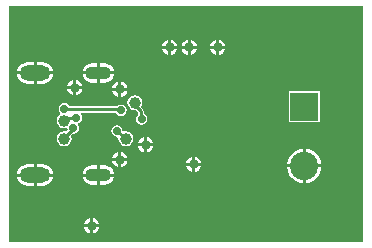
<source format=gbl>
G04*
G04 #@! TF.GenerationSoftware,Altium Limited,Altium Designer,20.1.8 (145)*
G04*
G04 Layer_Physical_Order=2*
G04 Layer_Color=16711680*
%FSLAX25Y25*%
%MOIN*%
G70*
G04*
G04 #@! TF.SameCoordinates,5D2BCBBB-68BA-462B-8042-098B58F1E690*
G04*
G04*
G04 #@! TF.FilePolarity,Positive*
G04*
G01*
G75*
%ADD10C,0.01000*%
%ADD36C,0.03937*%
%ADD48O,0.10236X0.05118*%
%ADD49O,0.08661X0.04331*%
%ADD50C,0.09449*%
%ADD51R,0.09449X0.09449*%
%ADD52C,0.03150*%
%ADD53C,0.02756*%
G36*
X118110D02*
X0D01*
Y78740D01*
X118110D01*
Y0D01*
D02*
G37*
%LPC*%
G36*
X70091Y67441D02*
Y65409D01*
X72122D01*
X72099Y65582D01*
X71840Y66208D01*
X71427Y66746D01*
X70889Y67159D01*
X70263Y67418D01*
X70091Y67441D01*
D02*
G37*
G36*
X69090D02*
X68918Y67418D01*
X68292Y67159D01*
X67754Y66746D01*
X67342Y66208D01*
X67082Y65582D01*
X67059Y65409D01*
X69090D01*
Y67441D01*
D02*
G37*
G36*
X60590D02*
Y65409D01*
X62622D01*
X62599Y65582D01*
X62340Y66208D01*
X61927Y66746D01*
X61389Y67159D01*
X60763Y67418D01*
X60590Y67441D01*
D02*
G37*
G36*
X59591D02*
X59418Y67418D01*
X58792Y67159D01*
X58254Y66746D01*
X57841Y66208D01*
X57582Y65582D01*
X57559Y65409D01*
X59591D01*
Y67441D01*
D02*
G37*
G36*
X54090D02*
Y65409D01*
X56122D01*
X56099Y65582D01*
X55840Y66208D01*
X55427Y66746D01*
X54889Y67159D01*
X54263Y67418D01*
X54090Y67441D01*
D02*
G37*
G36*
X53091D02*
X52918Y67418D01*
X52292Y67159D01*
X51754Y66746D01*
X51341Y66208D01*
X51082Y65582D01*
X51059Y65409D01*
X53091D01*
Y67441D01*
D02*
G37*
G36*
X72122Y64410D02*
X70091D01*
Y62378D01*
X70263Y62401D01*
X70889Y62660D01*
X71427Y63073D01*
X71840Y63611D01*
X72099Y64237D01*
X72122Y64410D01*
D02*
G37*
G36*
X69090D02*
X67059D01*
X67082Y64237D01*
X67342Y63611D01*
X67754Y63073D01*
X68292Y62660D01*
X68918Y62401D01*
X69090Y62378D01*
Y64410D01*
D02*
G37*
G36*
X62622D02*
X60590D01*
Y62378D01*
X60763Y62401D01*
X61389Y62660D01*
X61927Y63073D01*
X62340Y63611D01*
X62599Y64237D01*
X62622Y64410D01*
D02*
G37*
G36*
X59591D02*
X57559D01*
X57582Y64237D01*
X57841Y63611D01*
X58254Y63073D01*
X58792Y62660D01*
X59418Y62401D01*
X59591Y62378D01*
Y64410D01*
D02*
G37*
G36*
X56122D02*
X54090D01*
Y62378D01*
X54263Y62401D01*
X54889Y62660D01*
X55427Y63073D01*
X55840Y63611D01*
X56099Y64237D01*
X56122Y64410D01*
D02*
G37*
G36*
X53091D02*
X51059D01*
X51082Y64237D01*
X51341Y63611D01*
X51754Y63073D01*
X52292Y62660D01*
X52918Y62401D01*
X53091Y62378D01*
Y64410D01*
D02*
G37*
G36*
X32028Y59571D02*
X30362D01*
Y56878D01*
X35154D01*
X35111Y57204D01*
X34793Y57974D01*
X34285Y58635D01*
X33624Y59143D01*
X32854Y59462D01*
X32028Y59571D01*
D02*
G37*
G36*
X29362D02*
X27697D01*
X26871Y59462D01*
X26101Y59143D01*
X25439Y58635D01*
X24932Y57974D01*
X24613Y57204D01*
X24570Y56878D01*
X29362D01*
Y59571D01*
D02*
G37*
G36*
X11319Y59968D02*
X9260D01*
Y56878D01*
X14843D01*
X14786Y57307D01*
X14428Y58173D01*
X13857Y58916D01*
X13114Y59487D01*
X12248Y59845D01*
X11319Y59968D01*
D02*
G37*
G36*
X8260D02*
X6201D01*
X5272Y59845D01*
X4406Y59487D01*
X3662Y58916D01*
X3092Y58173D01*
X2733Y57307D01*
X2677Y56878D01*
X8260D01*
Y59968D01*
D02*
G37*
G36*
X35154Y55878D02*
X30362D01*
Y53185D01*
X32028D01*
X32854Y53294D01*
X33624Y53613D01*
X34285Y54120D01*
X34793Y54782D01*
X35111Y55552D01*
X35154Y55878D01*
D02*
G37*
G36*
X29362D02*
X24570D01*
X24613Y55552D01*
X24932Y54782D01*
X25439Y54120D01*
X26101Y53613D01*
X26871Y53294D01*
X27697Y53185D01*
X29362D01*
Y55878D01*
D02*
G37*
G36*
X14843D02*
X9260D01*
Y52788D01*
X11319D01*
X12248Y52911D01*
X13114Y53269D01*
X13857Y53840D01*
X14428Y54583D01*
X14786Y55449D01*
X14843Y55878D01*
D02*
G37*
G36*
X8260D02*
X2677D01*
X2733Y55449D01*
X3092Y54583D01*
X3662Y53840D01*
X4406Y53269D01*
X5272Y52911D01*
X6201Y52788D01*
X8260D01*
Y55878D01*
D02*
G37*
G36*
X22500Y54031D02*
Y52000D01*
X24531D01*
X24509Y52172D01*
X24249Y52798D01*
X23836Y53336D01*
X23299Y53749D01*
X22672Y54009D01*
X22500Y54031D01*
D02*
G37*
G36*
X21500D02*
X21328Y54009D01*
X20701Y53749D01*
X20164Y53336D01*
X19751Y52798D01*
X19491Y52172D01*
X19469Y52000D01*
X21500D01*
Y54031D01*
D02*
G37*
G36*
X37500Y53531D02*
Y51500D01*
X39531D01*
X39509Y51672D01*
X39249Y52298D01*
X38836Y52836D01*
X38298Y53249D01*
X37672Y53509D01*
X37500Y53531D01*
D02*
G37*
G36*
X36500D02*
X36328Y53509D01*
X35702Y53249D01*
X35164Y52836D01*
X34751Y52298D01*
X34492Y51672D01*
X34469Y51500D01*
X36500D01*
Y53531D01*
D02*
G37*
G36*
X24531Y51000D02*
X22500D01*
Y48969D01*
X22672Y48992D01*
X23299Y49251D01*
X23836Y49664D01*
X24249Y50201D01*
X24509Y50828D01*
X24531Y51000D01*
D02*
G37*
G36*
X21500D02*
X19469D01*
X19491Y50828D01*
X19751Y50201D01*
X20164Y49664D01*
X20701Y49251D01*
X21328Y48992D01*
X21500Y48969D01*
Y51000D01*
D02*
G37*
G36*
X39531Y50500D02*
X37500D01*
Y48469D01*
X37672Y48491D01*
X38298Y48751D01*
X38836Y49164D01*
X39249Y49701D01*
X39509Y50328D01*
X39531Y50500D01*
D02*
G37*
G36*
X36500D02*
X34469D01*
X34492Y50328D01*
X34751Y49701D01*
X35164Y49164D01*
X35702Y48751D01*
X36328Y48491D01*
X36500Y48469D01*
Y50500D01*
D02*
G37*
G36*
X18500Y46415D02*
X17767Y46269D01*
X17146Y45854D01*
X16731Y45233D01*
X16585Y44500D01*
X16731Y43767D01*
X17146Y43146D01*
X17131Y42555D01*
X16720Y42280D01*
X16175Y41463D01*
X15983Y40500D01*
X16175Y39537D01*
X16720Y38720D01*
X17537Y38175D01*
X18500Y37983D01*
X19096Y38102D01*
X19528Y38012D01*
X19637Y37738D01*
X19705Y37397D01*
X19188Y36880D01*
X18500Y37017D01*
X17537Y36825D01*
X16720Y36280D01*
X16175Y35463D01*
X15983Y34500D01*
X16175Y33537D01*
X16720Y32720D01*
X17537Y32175D01*
X18500Y31983D01*
X19463Y32175D01*
X20280Y32720D01*
X20825Y33537D01*
X21017Y34500D01*
X20825Y35463D01*
X20757Y35565D01*
X21314Y36122D01*
X21500Y36085D01*
X22233Y36231D01*
X22854Y36646D01*
X23269Y37267D01*
X23415Y38000D01*
X23269Y38733D01*
X22974Y39174D01*
X23142Y39717D01*
X23233Y39735D01*
X23854Y40151D01*
X24269Y40772D01*
X24415Y41504D01*
X24269Y42237D01*
X23972Y42682D01*
X24201Y43182D01*
X35632D01*
X35635Y43171D01*
X36050Y42550D01*
X36671Y42135D01*
X37404Y41989D01*
X38136Y42135D01*
X38758Y42550D01*
X39173Y43171D01*
X39318Y43904D01*
X39173Y44636D01*
X38758Y45257D01*
X38136Y45673D01*
X37404Y45818D01*
X36671Y45673D01*
X36050Y45257D01*
X36026Y45221D01*
X20271D01*
X20269Y45233D01*
X19854Y45854D01*
X19233Y46269D01*
X18500Y46415D01*
D02*
G37*
G36*
X103724Y50324D02*
X93276D01*
Y39876D01*
X103724D01*
Y50324D01*
D02*
G37*
G36*
X42000Y49017D02*
X41037Y48825D01*
X40220Y48280D01*
X39675Y47463D01*
X39483Y46500D01*
X39675Y45537D01*
X40220Y44720D01*
X41037Y44175D01*
X42000Y43983D01*
X42234Y44030D01*
X42910Y43353D01*
Y42449D01*
X42497Y41830D01*
X42351Y41097D01*
X42497Y40364D01*
X42912Y39743D01*
X43533Y39328D01*
X44266Y39182D01*
X44999Y39328D01*
X45620Y39743D01*
X46035Y40364D01*
X46181Y41097D01*
X46035Y41830D01*
X45620Y42451D01*
X44999Y42866D01*
X44949Y42876D01*
Y43775D01*
X44872Y44166D01*
X44651Y44496D01*
X44039Y45108D01*
X44325Y45537D01*
X44517Y46500D01*
X44325Y47463D01*
X43780Y48280D01*
X42963Y48825D01*
X42000Y49017D01*
D02*
G37*
G36*
X46091Y34941D02*
Y32909D01*
X48122D01*
X48099Y33082D01*
X47840Y33708D01*
X47427Y34246D01*
X46889Y34659D01*
X46263Y34918D01*
X46091Y34941D01*
D02*
G37*
G36*
X45091D02*
X44918Y34918D01*
X44292Y34659D01*
X43754Y34246D01*
X43341Y33708D01*
X43082Y33082D01*
X43059Y32909D01*
X45091D01*
Y34941D01*
D02*
G37*
G36*
X36000Y38936D02*
X35267Y38791D01*
X34646Y38376D01*
X34231Y37754D01*
X34085Y37022D01*
X34231Y36289D01*
X34646Y35668D01*
X35267Y35253D01*
X36000Y35107D01*
X36098Y35126D01*
X36523Y34701D01*
X36483Y34500D01*
X36675Y33537D01*
X37220Y32720D01*
X38037Y32175D01*
X39000Y31983D01*
X39963Y32175D01*
X40780Y32720D01*
X41325Y33537D01*
X41517Y34500D01*
X41325Y35463D01*
X40780Y36280D01*
X39963Y36825D01*
X39000Y37017D01*
X38400Y36898D01*
X37966Y37009D01*
X37867Y37262D01*
X37769Y37754D01*
X37354Y38376D01*
X36733Y38791D01*
X36000Y38936D01*
D02*
G37*
G36*
X48122Y31909D02*
X46091D01*
Y29878D01*
X46263Y29901D01*
X46889Y30160D01*
X47427Y30573D01*
X47840Y31111D01*
X48099Y31737D01*
X48122Y31909D01*
D02*
G37*
G36*
X45091D02*
X43059D01*
X43082Y31737D01*
X43341Y31111D01*
X43754Y30573D01*
X44292Y30160D01*
X44918Y29901D01*
X45091Y29878D01*
Y31909D01*
D02*
G37*
G36*
X37500Y30031D02*
Y28000D01*
X39531D01*
X39509Y28172D01*
X39249Y28798D01*
X38836Y29336D01*
X38298Y29749D01*
X37672Y30009D01*
X37500Y30031D01*
D02*
G37*
G36*
X36500D02*
X36328Y30009D01*
X35702Y29749D01*
X35164Y29336D01*
X34751Y28798D01*
X34492Y28172D01*
X34469Y28000D01*
X36500D01*
Y30031D01*
D02*
G37*
G36*
X62090Y28441D02*
Y26409D01*
X64122D01*
X64099Y26582D01*
X63840Y27208D01*
X63427Y27746D01*
X62889Y28159D01*
X62263Y28418D01*
X62090Y28441D01*
D02*
G37*
G36*
X61090D02*
X60918Y28418D01*
X60292Y28159D01*
X59754Y27746D01*
X59342Y27208D01*
X59082Y26582D01*
X59059Y26409D01*
X61090D01*
Y28441D01*
D02*
G37*
G36*
X99000Y31123D02*
Y25915D01*
X104208D01*
X104077Y26909D01*
X103500Y28302D01*
X102583Y29498D01*
X101387Y30415D01*
X99994Y30992D01*
X99000Y31123D01*
D02*
G37*
G36*
X98000D02*
X97006Y30992D01*
X95613Y30415D01*
X94417Y29498D01*
X93500Y28302D01*
X92923Y26909D01*
X92792Y25915D01*
X98000D01*
Y31123D01*
D02*
G37*
G36*
X39531Y27000D02*
X37500D01*
Y24969D01*
X37672Y24992D01*
X38298Y25251D01*
X38836Y25664D01*
X39249Y26202D01*
X39509Y26828D01*
X39531Y27000D01*
D02*
G37*
G36*
X36500D02*
X34469D01*
X34492Y26828D01*
X34751Y26202D01*
X35164Y25664D01*
X35702Y25251D01*
X36328Y24992D01*
X36500Y24969D01*
Y27000D01*
D02*
G37*
G36*
X64122Y25409D02*
X62090D01*
Y23378D01*
X62263Y23401D01*
X62889Y23660D01*
X63427Y24073D01*
X63840Y24611D01*
X64099Y25237D01*
X64122Y25409D01*
D02*
G37*
G36*
X61090D02*
X59059D01*
X59082Y25237D01*
X59342Y24611D01*
X59754Y24073D01*
X60292Y23660D01*
X60918Y23401D01*
X61090Y23378D01*
Y25409D01*
D02*
G37*
G36*
X32028Y25555D02*
X30362D01*
Y22862D01*
X35154D01*
X35111Y23189D01*
X34793Y23958D01*
X34285Y24620D01*
X33624Y25127D01*
X32854Y25446D01*
X32028Y25555D01*
D02*
G37*
G36*
X29362D02*
X27697D01*
X26871Y25446D01*
X26101Y25127D01*
X25439Y24620D01*
X24932Y23958D01*
X24613Y23189D01*
X24570Y22862D01*
X29362D01*
Y25555D01*
D02*
G37*
G36*
X11319Y25952D02*
X9260D01*
Y22862D01*
X14843D01*
X14786Y23291D01*
X14428Y24157D01*
X13857Y24901D01*
X13114Y25471D01*
X12248Y25830D01*
X11319Y25952D01*
D02*
G37*
G36*
X8260D02*
X6201D01*
X5272Y25830D01*
X4406Y25471D01*
X3662Y24901D01*
X3092Y24157D01*
X2733Y23291D01*
X2677Y22862D01*
X8260D01*
Y25952D01*
D02*
G37*
G36*
X104208Y24915D02*
X99000D01*
Y19707D01*
X99994Y19838D01*
X101387Y20415D01*
X102583Y21332D01*
X103500Y22528D01*
X104077Y23921D01*
X104208Y24915D01*
D02*
G37*
G36*
X98000D02*
X92792D01*
X92923Y23921D01*
X93500Y22528D01*
X94417Y21332D01*
X95613Y20415D01*
X97006Y19838D01*
X98000Y19707D01*
Y24915D01*
D02*
G37*
G36*
X35154Y21862D02*
X30362D01*
Y19170D01*
X32028D01*
X32854Y19278D01*
X33624Y19597D01*
X34285Y20105D01*
X34793Y20766D01*
X35111Y21536D01*
X35154Y21862D01*
D02*
G37*
G36*
X29362D02*
X24570D01*
X24613Y21536D01*
X24932Y20766D01*
X25439Y20105D01*
X26101Y19597D01*
X26871Y19278D01*
X27697Y19170D01*
X29362D01*
Y21862D01*
D02*
G37*
G36*
X14843D02*
X9260D01*
Y18772D01*
X11319D01*
X12248Y18895D01*
X13114Y19253D01*
X13857Y19824D01*
X14428Y20567D01*
X14786Y21433D01*
X14843Y21862D01*
D02*
G37*
G36*
X8260D02*
X2677D01*
X2733Y21433D01*
X3092Y20567D01*
X3662Y19824D01*
X4406Y19253D01*
X5272Y18895D01*
X6201Y18772D01*
X8260D01*
Y21862D01*
D02*
G37*
G36*
X28091Y7941D02*
Y5909D01*
X30122D01*
X30099Y6082D01*
X29840Y6708D01*
X29427Y7246D01*
X28889Y7659D01*
X28263Y7918D01*
X28091Y7941D01*
D02*
G37*
G36*
X27091D02*
X26918Y7918D01*
X26292Y7659D01*
X25754Y7246D01*
X25341Y6708D01*
X25082Y6082D01*
X25059Y5909D01*
X27091D01*
Y7941D01*
D02*
G37*
G36*
X30122Y4909D02*
X28091D01*
Y2878D01*
X28263Y2901D01*
X28889Y3160D01*
X29427Y3573D01*
X29840Y4111D01*
X30099Y4737D01*
X30122Y4909D01*
D02*
G37*
G36*
X27091D02*
X25059D01*
X25082Y4737D01*
X25341Y4111D01*
X25754Y3573D01*
X26292Y3160D01*
X26918Y2901D01*
X27091Y2878D01*
Y4909D01*
D02*
G37*
%LPD*%
D10*
X43930Y41433D02*
X44266Y41097D01*
X43930Y41433D02*
Y43775D01*
X42000Y45705D02*
X43930Y43775D01*
X42000Y45705D02*
Y46500D01*
X37105Y44202D02*
X37404Y43904D01*
X18798Y44202D02*
X37105D01*
X18500Y44500D02*
X18798Y44202D01*
X38761Y34500D02*
X39000D01*
X36239Y37022D02*
X38761Y34500D01*
X36000Y37022D02*
X36239D01*
X21500Y37750D02*
Y38000D01*
X18500Y34500D02*
Y34750D01*
X21500Y37750D01*
X18500Y40500D02*
X19295D01*
X20175Y41380D01*
X22376D01*
X22500Y41504D01*
D36*
X18500Y40500D02*
D03*
Y34500D02*
D03*
X39000D02*
D03*
X42000Y46500D02*
D03*
D48*
X8760Y22362D02*
D03*
Y56378D02*
D03*
D49*
X29862Y22362D02*
D03*
Y56378D02*
D03*
D50*
X98500Y25415D02*
D03*
D51*
Y45100D02*
D03*
D52*
X45591Y32409D02*
D03*
X61590Y25909D02*
D03*
X27591Y5409D02*
D03*
X69591Y64909D02*
D03*
X60091D02*
D03*
X53591D02*
D03*
X37000Y27500D02*
D03*
Y51000D02*
D03*
X22000Y51500D02*
D03*
D53*
X37404Y43904D02*
D03*
X44266Y41097D02*
D03*
X36000Y37022D02*
D03*
X21500Y38000D02*
D03*
X22500Y41504D02*
D03*
X18500Y44500D02*
D03*
M02*

</source>
